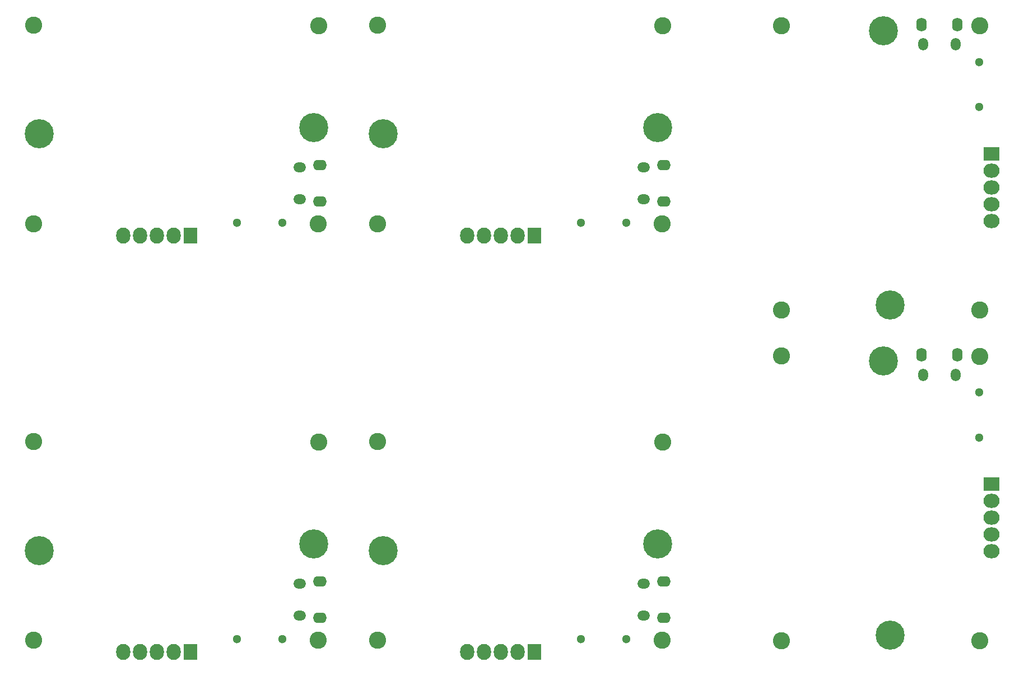
<source format=gbs>
G04 #@! TF.FileFunction,Soldermask,Bot*
%FSLAX45Y45*%
G04 Gerber Fmt 4.5, Leading zero omitted, Abs format (unit mm)*
G04 Created by KiCad (PCBNEW 4.0.2+e4-6225~38~ubuntu14.04.1-stable) date Sat 30 Jul 2016 12:01:36 AM CDT*
%MOMM*%
G01*
G04 APERTURE LIST*
%ADD10C,0.100000*%
%ADD11C,2.600000*%
%ADD12C,4.400000*%
%ADD13C,1.300000*%
%ADD14R,2.432000X2.127200*%
%ADD15O,2.432000X2.127200*%
%ADD16O,1.500000X1.900000*%
%ADD17O,1.600000X2.100000*%
%ADD18R,2.127200X2.432000*%
%ADD19O,2.127200X2.432000*%
%ADD20O,1.900000X1.500000*%
%ADD21O,2.100000X1.600000*%
G04 APERTURE END LIST*
D10*
D11*
X19710000Y-8085000D03*
D12*
X18355000Y-12305000D03*
D11*
X19710000Y-12385000D03*
D13*
X19700000Y-9310000D03*
X19700000Y-8630000D03*
D14*
X19890000Y-10017500D03*
D15*
X19890000Y-10271500D03*
X19890000Y-10525500D03*
X19890000Y-10779500D03*
X19890000Y-11033500D03*
D16*
X19342500Y-8362500D03*
X18857500Y-8362500D03*
D17*
X19372500Y-8062500D03*
X18827500Y-8062500D03*
D11*
X16710000Y-12385000D03*
X16715000Y-8080000D03*
D12*
X18255000Y-8155000D03*
X18255000Y-3155000D03*
D11*
X16715000Y-3080000D03*
X16710000Y-7385000D03*
D16*
X19342500Y-3362500D03*
X18857500Y-3362500D03*
D17*
X19372500Y-3062500D03*
X18827500Y-3062500D03*
D14*
X19890000Y-5017500D03*
D15*
X19890000Y-5271500D03*
X19890000Y-5525500D03*
X19890000Y-5779500D03*
X19890000Y-6033500D03*
D13*
X19700000Y-4310000D03*
X19700000Y-3630000D03*
D11*
X19710000Y-7385000D03*
D12*
X18355000Y-7305000D03*
D11*
X19710000Y-3085000D03*
X14910000Y-12375000D03*
D12*
X10690000Y-11020000D03*
D11*
X10610000Y-12375000D03*
D13*
X13685000Y-12365000D03*
X14365000Y-12365000D03*
D18*
X12977500Y-12555000D03*
D19*
X12723500Y-12555000D03*
X12469500Y-12555000D03*
X12215500Y-12555000D03*
X11961500Y-12555000D03*
D20*
X14632500Y-12007500D03*
X14632500Y-11522500D03*
D21*
X14932500Y-12037500D03*
X14932500Y-11492500D03*
D11*
X10610000Y-9375000D03*
X14915000Y-9380000D03*
D12*
X14840000Y-10920000D03*
X9640000Y-10920000D03*
D11*
X9715000Y-9380000D03*
X5410000Y-9375000D03*
D20*
X9432500Y-12007500D03*
X9432500Y-11522500D03*
D21*
X9732500Y-12037500D03*
X9732500Y-11492500D03*
D18*
X7777500Y-12555000D03*
D19*
X7523500Y-12555000D03*
X7269500Y-12555000D03*
X7015500Y-12555000D03*
X6761500Y-12555000D03*
D13*
X8485000Y-12365000D03*
X9165000Y-12365000D03*
D11*
X5410000Y-12375000D03*
D12*
X5490000Y-11020000D03*
D11*
X9710000Y-12375000D03*
X14910000Y-6075000D03*
D12*
X10690000Y-4720000D03*
D11*
X10610000Y-6075000D03*
D13*
X13685000Y-6065000D03*
X14365000Y-6065000D03*
D18*
X12977500Y-6255000D03*
D19*
X12723500Y-6255000D03*
X12469500Y-6255000D03*
X12215500Y-6255000D03*
X11961500Y-6255000D03*
D20*
X14632500Y-5707500D03*
X14632500Y-5222500D03*
D21*
X14932500Y-5737500D03*
X14932500Y-5192500D03*
D11*
X10610000Y-3075000D03*
X14915000Y-3080000D03*
D12*
X14840000Y-4620000D03*
X9640000Y-4620000D03*
D11*
X9715000Y-3080000D03*
X5410000Y-3075000D03*
D20*
X9432500Y-5707500D03*
X9432500Y-5222500D03*
D21*
X9732500Y-5737500D03*
X9732500Y-5192500D03*
D18*
X7777500Y-6255000D03*
D19*
X7523500Y-6255000D03*
X7269500Y-6255000D03*
X7015500Y-6255000D03*
X6761500Y-6255000D03*
D13*
X8485000Y-6065000D03*
X9165000Y-6065000D03*
D11*
X5410000Y-6075000D03*
D12*
X5490000Y-4720000D03*
D11*
X9710000Y-6075000D03*
M02*

</source>
